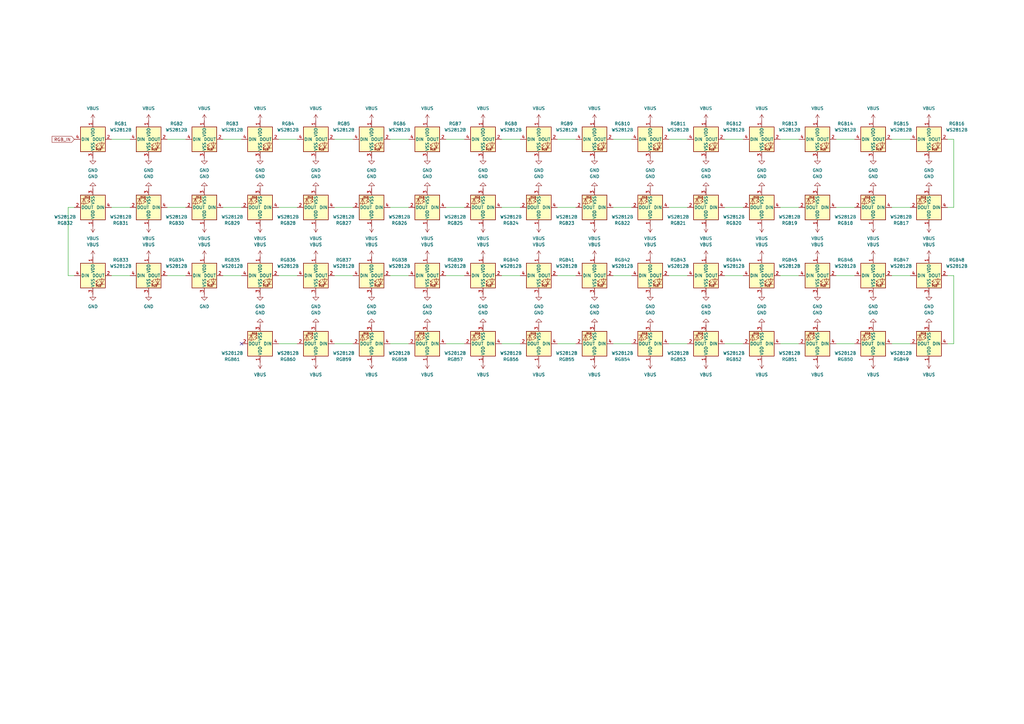
<source format=kicad_sch>
(kicad_sch (version 20250114) (generator "eeschema") (generator_version "9.0")
  (paper "A3")
  (no_connect (at 99.06 140.97))
  (wire (pts (xy 373.38 85.09) (xy 365.76 85.09)))
  (wire (pts (xy 76.2 85.09) (xy 68.58 85.09)))
  (wire (pts (xy 137.16 113.03) (xy 144.78 113.03)))
  (wire (pts (xy 228.6 113.03) (xy 236.22 113.03)))
  (wire (pts (xy 350.52 140.97) (xy 342.9 140.97)))
  (wire (pts (xy 182.88 57.15) (xy 190.5 57.15)))
  (wire (pts (xy 320.04 113.03) (xy 327.66 113.03)))
  (wire (pts (xy 114.3 57.15) (xy 121.92 57.15)))
  (wire (pts (xy 144.78 85.09) (xy 137.16 85.09)))
  (wire (pts (xy 45.72 113.03) (xy 53.34 113.03)))
  (wire (pts (xy 373.38 140.97) (xy 365.76 140.97)))
  (wire (pts (xy 213.36 85.09) (xy 205.74 85.09)))
  (wire (pts (xy 190.5 140.97) (xy 182.88 140.97)))
  (wire (pts (xy 391.16 140.97) (xy 388.62 140.97)))
  (wire (pts (xy 68.58 57.15) (xy 76.2 57.15)))
  (wire (pts (xy 350.52 85.09) (xy 342.9 85.09)))
  (wire (pts (xy 388.62 57.15) (xy 391.16 57.15)))
  (wire (pts (xy 304.8 85.09) (xy 297.18 85.09)))
  (wire (pts (xy 391.16 113.03) (xy 391.16 140.97)))
  (wire (pts (xy 388.62 113.03) (xy 391.16 113.03)))
  (wire (pts (xy 281.94 140.97) (xy 274.32 140.97)))
  (wire (pts (xy 27.94 113.03) (xy 30.48 113.03)))
  (wire (pts (xy 213.36 140.97) (xy 205.74 140.97)))
  (wire (pts (xy 228.6 57.15) (xy 236.22 57.15)))
  (wire (pts (xy 91.44 57.15) (xy 99.06 57.15)))
  (wire (pts (xy 327.66 140.97) (xy 320.04 140.97)))
  (wire (pts (xy 121.92 85.09) (xy 114.3 85.09)))
  (wire (pts (xy 91.44 113.03) (xy 99.06 113.03)))
  (wire (pts (xy 114.3 113.03) (xy 121.92 113.03)))
  (wire (pts (xy 167.64 85.09) (xy 160.02 85.09)))
  (wire (pts (xy 99.06 85.09) (xy 91.44 85.09)))
  (wire (pts (xy 167.64 140.97) (xy 160.02 140.97)))
  (wire (pts (xy 121.92 140.97) (xy 114.3 140.97)))
  (wire (pts (xy 30.48 85.09) (xy 27.94 85.09)))
  (wire (pts (xy 297.18 57.15) (xy 304.8 57.15)))
  (wire (pts (xy 160.02 57.15) (xy 167.64 57.15)))
  (wire (pts (xy 251.46 57.15) (xy 259.08 57.15)))
  (wire (pts (xy 281.94 85.09) (xy 274.32 85.09)))
  (wire (pts (xy 320.04 57.15) (xy 327.66 57.15)))
  (wire (pts (xy 274.32 57.15) (xy 281.94 57.15)))
  (wire (pts (xy 365.76 57.15) (xy 373.38 57.15)))
  (wire (pts (xy 342.9 113.03) (xy 350.52 113.03)))
  (wire (pts (xy 205.74 113.03) (xy 213.36 113.03)))
  (wire (pts (xy 236.22 85.09) (xy 228.6 85.09)))
  (wire (pts (xy 205.74 57.15) (xy 213.36 57.15)))
  (wire (pts (xy 53.34 85.09) (xy 45.72 85.09)))
  (wire (pts (xy 391.16 57.15) (xy 391.16 85.09)))
  (wire (pts (xy 304.8 140.97) (xy 297.18 140.97)))
  (wire (pts (xy 144.78 140.97) (xy 137.16 140.97)))
  (wire (pts (xy 27.94 85.09) (xy 27.94 113.03)))
  (wire (pts (xy 297.18 113.03) (xy 304.8 113.03)))
  (wire (pts (xy 274.32 113.03) (xy 281.94 113.03)))
  (wire (pts (xy 259.08 85.09) (xy 251.46 85.09)))
  (wire (pts (xy 45.72 57.15) (xy 53.34 57.15)))
  (wire (pts (xy 327.66 85.09) (xy 320.04 85.09)))
  (wire (pts (xy 391.16 85.09) (xy 388.62 85.09)))
  (wire (pts (xy 160.02 113.03) (xy 167.64 113.03)))
  (wire (pts (xy 259.08 140.97) (xy 251.46 140.97)))
  (wire (pts (xy 68.58 113.03) (xy 76.2 113.03)))
  (wire (pts (xy 137.16 57.15) (xy 144.78 57.15)))
  (wire (pts (xy 236.22 140.97) (xy 228.6 140.97)))
  (wire (pts (xy 342.9 57.15) (xy 350.52 57.15)))
  (wire (pts (xy 182.88 113.03) (xy 190.5 113.03)))
  (wire (pts (xy 251.46 113.03) (xy 259.08 113.03)))
  (wire (pts (xy 190.5 85.09) (xy 182.88 85.09)))
  (wire (pts (xy 365.76 113.03) (xy 373.38 113.03)))
  (global_label "RGB_IN" (shape input) (at 30.48 57.15 180) (property "Intersheetrefs" "${INTERSHEET_REFS}" (effects (hide yes))))
  (symbol (lib_id "power:GND") (at 312.42 133.35 180) (unit 1)
    (property "Reference" "#PWR0129" (effects (hide yes)))
    (property "Value" "GND" (at 312.42 128.27 0))
    (property "Description" "Power symbol creates a global label with name \"GND\" , ground" (effects (hide yes)))
  )
  (symbol (lib_id "LED:WS2812B") (at 129.54 85.09 180) (unit 1)
    (property "Reference" "RGB28" (at 118.11 91.5102 0))
    (property "Value" "WS2812B" (at 118.11 88.9702 0))
    (property "Footprint" "RGB:ws2812B_6028_FIX" (effects (hide yes)))
    (property "Datasheet" "https://cdn-shop.adafruit.com/datasheets/WS2812B.pdf" (effects (hide yes)))
    (property "Description" "RGB LED with integrated controller" (effects (hide yes)))
  )
  (symbol (lib_id "power:VBUS") (at 289.56 49.53 0) (unit 1)
    (property "Reference" "#PWR048" (effects (hide yes)))
    (property "Value" "VBUS" (at 289.56 44.45 0))
    (property "Description" "Power symbol creates a global label with name \"VBUS\"" (effects (hide yes)))
  )
  (symbol (lib_id "power:VBUS") (at 152.4 148.59 180) (unit 1)
    (property "Reference" "#PWR0142" (effects (hide yes)))
    (property "Value" "VBUS" (at 152.4 153.67 0))
    (property "Description" "Power symbol creates a global label with name \"VBUS\"" (effects (hide yes)))
  )
  (symbol (lib_id "power:GND") (at 152.4 133.35 180) (unit 1)
    (property "Reference" "#PWR0143" (effects (hide yes)))
    (property "Value" "GND" (at 152.4 128.27 0))
    (property "Description" "Power symbol creates a global label with name \"GND\" , ground" (effects (hide yes)))
  )
  (symbol (lib_id "power:VBUS") (at 83.82 105.41 0) (unit 1)
    (property "Reference" "#PWR094" (effects (hide yes)))
    (property "Value" "VBUS" (at 83.82 100.33 0))
    (property "Description" "Power symbol creates a global label with name \"VBUS\"" (effects (hide yes)))
  )
  (symbol (lib_id "power:GND") (at 220.98 133.35 180) (unit 1)
    (property "Reference" "#PWR0137" (effects (hide yes)))
    (property "Value" "GND" (at 220.98 128.27 0))
    (property "Description" "Power symbol creates a global label with name \"GND\" , ground" (effects (hide yes)))
  )
  (symbol (lib_id "LED:WS2812B") (at 60.96 113.03 0) (unit 1)
    (property "Reference" "RGB34" (at 72.39 106.6098 0))
    (property "Value" "WS2812B" (at 72.39 109.1498 0))
    (property "Footprint" "RGB:ws2812B_6028_FIX" (effects (hide yes)))
    (property "Datasheet" "https://cdn-shop.adafruit.com/datasheets/WS2812B.pdf" (effects (hide yes)))
    (property "Description" "RGB LED with integrated controller" (effects (hide yes)))
  )
  (symbol (lib_id "LED:WS2812B") (at 198.12 140.97 180) (unit 1)
    (property "Reference" "RGB57" (at 186.69 147.3902 0))
    (property "Value" "WS2812B" (at 186.69 144.8502 0))
    (property "Footprint" "RGB:ws2812B_6028_FIX" (effects (hide yes)))
    (property "Datasheet" "https://cdn-shop.adafruit.com/datasheets/WS2812B.pdf" (effects (hide yes)))
    (property "Description" "RGB LED with integrated controller" (effects (hide yes)))
  )
  (symbol (lib_id "power:VBUS") (at 220.98 105.41 0) (unit 1)
    (property "Reference" "#PWR0106" (effects (hide yes)))
    (property "Value" "VBUS" (at 220.98 100.33 0))
    (property "Description" "Power symbol creates a global label with name \"VBUS\"" (effects (hide yes)))
  )
  (symbol (lib_id "power:VBUS") (at 60.96 105.41 0) (unit 1)
    (property "Reference" "#PWR092" (effects (hide yes)))
    (property "Value" "VBUS" (at 60.96 100.33 0))
    (property "Description" "Power symbol creates a global label with name \"VBUS\"" (effects (hide yes)))
  )
  (symbol (lib_id "power:GND") (at 335.28 77.47 180) (unit 1)
    (property "Reference" "#PWR063" (effects (hide yes)))
    (property "Value" "GND" (at 335.28 72.39 0))
    (property "Description" "Power symbol creates a global label with name \"GND\" , ground" (effects (hide yes)))
  )
  (symbol (lib_id "power:VBUS") (at 83.82 92.71 180) (unit 1)
    (property "Reference" "#PWR084" (effects (hide yes)))
    (property "Value" "VBUS" (at 83.82 97.79 0))
    (property "Description" "Power symbol creates a global label with name \"VBUS\"" (effects (hide yes)))
  )
  (symbol (lib_id "power:VBUS") (at 83.82 49.53 0) (unit 1)
    (property "Reference" "#PWR030" (effects (hide yes)))
    (property "Value" "VBUS" (at 83.82 44.45 0))
    (property "Description" "Power symbol creates a global label with name \"VBUS\"" (effects (hide yes)))
  )
  (symbol (lib_id "power:GND") (at 289.56 64.77 0) (unit 1)
    (property "Reference" "#PWR049" (effects (hide yes)))
    (property "Value" "GND" (at 289.56 69.85 0))
    (property "Description" "Power symbol creates a global label with name \"GND\" , ground" (effects (hide yes)))
  )
  (symbol (lib_id "LED:WS2812B") (at 152.4 57.15 0) (unit 1)
    (property "Reference" "RGB6" (at 163.83 50.7298 0))
    (property "Value" "WS2812B" (at 163.83 53.2698 0))
    (property "Footprint" "RGB:ws2812B_6028_FIX" (effects (hide yes)))
    (property "Datasheet" "https://cdn-shop.adafruit.com/datasheets/WS2812B.pdf" (effects (hide yes)))
    (property "Description" "RGB LED with integrated controller" (effects (hide yes)))
  )
  (symbol (lib_id "power:VBUS") (at 198.12 148.59 180) (unit 1)
    (property "Reference" "#PWR0138" (effects (hide yes)))
    (property "Value" "VBUS" (at 198.12 153.67 0))
    (property "Description" "Power symbol creates a global label with name \"VBUS\"" (effects (hide yes)))
  )
  (symbol (lib_id "power:VBUS") (at 335.28 105.41 0) (unit 1)
    (property "Reference" "#PWR0116" (effects (hide yes)))
    (property "Value" "VBUS" (at 335.28 100.33 0))
    (property "Description" "Power symbol creates a global label with name \"VBUS\"" (effects (hide yes)))
  )
  (symbol (lib_id "power:GND") (at 266.7 133.35 180) (unit 1)
    (property "Reference" "#PWR0133" (effects (hide yes)))
    (property "Value" "GND" (at 266.7 128.27 0))
    (property "Description" "Power symbol creates a global label with name \"GND\" , ground" (effects (hide yes)))
  )
  (symbol (lib_id "LED:WS2812B") (at 289.56 57.15 0) (unit 1)
    (property "Reference" "RGB12" (at 300.99 50.7298 0))
    (property "Value" "WS2812B" (at 300.99 53.2698 0))
    (property "Footprint" "RGB:ws2812B_6028_FIX" (effects (hide yes)))
    (property "Datasheet" "https://cdn-shop.adafruit.com/datasheets/WS2812B.pdf" (effects (hide yes)))
    (property "Description" "RGB LED with integrated controller" (effects (hide yes)))
  )
  (symbol (lib_id "power:GND") (at 243.84 77.47 180) (unit 1)
    (property "Reference" "#PWR071" (effects (hide yes)))
    (property "Value" "GND" (at 243.84 72.39 0))
    (property "Description" "Power symbol creates a global label with name \"GND\" , ground" (effects (hide yes)))
  )
  (symbol (lib_id "power:GND") (at 175.26 77.47 180) (unit 1)
    (property "Reference" "#PWR077" (effects (hide yes)))
    (property "Value" "GND" (at 175.26 72.39 0))
    (property "Description" "Power symbol creates a global label with name \"GND\" , ground" (effects (hide yes)))
  )
  (symbol (lib_id "power:VBUS") (at 312.42 105.41 0) (unit 1)
    (property "Reference" "#PWR0114" (effects (hide yes)))
    (property "Value" "VBUS" (at 312.42 100.33 0))
    (property "Description" "Power symbol creates a global label with name \"VBUS\"" (effects (hide yes)))
  )
  (symbol (lib_id "power:VBUS") (at 220.98 49.53 0) (unit 1)
    (property "Reference" "#PWR042" (effects (hide yes)))
    (property "Value" "VBUS" (at 220.98 44.45 0))
    (property "Description" "Power symbol creates a global label with name \"VBUS\"" (effects (hide yes)))
  )
  (symbol (lib_id "LED:WS2812B") (at 266.7 85.09 180) (unit 1)
    (property "Reference" "RGB22" (at 255.27 91.5102 0))
    (property "Value" "WS2812B" (at 255.27 88.9702 0))
    (property "Footprint" "RGB:ws2812B_6028_FIX" (effects (hide yes)))
    (property "Datasheet" "https://cdn-shop.adafruit.com/datasheets/WS2812B.pdf" (effects (hide yes)))
    (property "Description" "RGB LED with integrated controller" (effects (hide yes)))
  )
  (symbol (lib_id "power:VBUS") (at 335.28 148.59 180) (unit 1)
    (property "Reference" "#PWR0126" (effects (hide yes)))
    (property "Value" "VBUS" (at 335.28 153.67 0))
    (property "Description" "Power symbol creates a global label with name \"VBUS\"" (effects (hide yes)))
  )
  (symbol (lib_id "power:VBUS") (at 60.96 49.53 0) (unit 1)
    (property "Reference" "#PWR028" (effects (hide yes)))
    (property "Value" "VBUS" (at 60.96 44.45 0))
    (property "Description" "Power symbol creates a global label with name \"VBUS\"" (effects (hide yes)))
  )
  (symbol (lib_id "power:GND") (at 106.68 133.35 180) (unit 1)
    (property "Reference" "#PWR0147" (effects (hide yes)))
    (property "Value" "GND" (at 106.68 128.27 0))
    (property "Description" "Power symbol creates a global label with name \"GND\" , ground" (effects (hide yes)))
  )
  (symbol (lib_id "LED:WS2812B") (at 220.98 85.09 180) (unit 1)
    (property "Reference" "RGB24" (at 209.55 91.5102 0))
    (property "Value" "WS2812B" (at 209.55 88.9702 0))
    (property "Footprint" "RGB:ws2812B_6028_FIX" (effects (hide yes)))
    (property "Datasheet" "https://cdn-shop.adafruit.com/datasheets/WS2812B.pdf" (effects (hide yes)))
    (property "Description" "RGB LED with integrated controller" (effects (hide yes)))
  )
  (symbol (lib_id "LED:WS2812B") (at 266.7 113.03 0) (unit 1)
    (property "Reference" "RGB43" (at 278.13 106.6098 0))
    (property "Value" "WS2812B" (at 278.13 109.1498 0))
    (property "Footprint" "RGB:ws2812B_6028_FIX" (effects (hide yes)))
    (property "Datasheet" "https://cdn-shop.adafruit.com/datasheets/WS2812B.pdf" (effects (hide yes)))
    (property "Description" "RGB LED with integrated controller" (effects (hide yes)))
  )
  (symbol (lib_id "LED:WS2812B") (at 289.56 85.09 180) (unit 1)
    (property "Reference" "RGB21" (at 278.13 91.5102 0))
    (property "Value" "WS2812B" (at 278.13 88.9702 0))
    (property "Footprint" "RGB:ws2812B_6028_FIX" (effects (hide yes)))
    (property "Datasheet" "https://cdn-shop.adafruit.com/datasheets/WS2812B.pdf" (effects (hide yes)))
    (property "Description" "RGB LED with integrated controller" (effects (hide yes)))
  )
  (symbol (lib_id "LED:WS2812B") (at 198.12 57.15 0) (unit 1)
    (property "Reference" "RGB8" (at 209.55 50.7298 0))
    (property "Value" "WS2812B" (at 209.55 53.2698 0))
    (property "Footprint" "RGB:ws2812B_6028_FIX" (effects (hide yes)))
    (property "Datasheet" "https://cdn-shop.adafruit.com/datasheets/WS2812B.pdf" (effects (hide yes)))
    (property "Description" "RGB LED with integrated controller" (effects (hide yes)))
  )
  (symbol (lib_id "power:GND") (at 198.12 133.35 180) (unit 1)
    (property "Reference" "#PWR0139" (effects (hide yes)))
    (property "Value" "GND" (at 198.12 128.27 0))
    (property "Description" "Power symbol creates a global label with name \"GND\" , ground" (effects (hide yes)))
  )
  (symbol (lib_id "LED:WS2812B") (at 175.26 57.15 0) (unit 1)
    (property "Reference" "RGB7" (at 186.69 50.7298 0))
    (property "Value" "WS2812B" (at 186.69 53.2698 0))
    (property "Footprint" "RGB:ws2812B_6028_FIX" (effects (hide yes)))
    (property "Datasheet" "https://cdn-shop.adafruit.com/datasheets/WS2812B.pdf" (effects (hide yes)))
    (property "Description" "RGB LED with integrated controller" (effects (hide yes)))
  )
  (symbol (lib_id "LED:WS2812B") (at 129.54 113.03 0) (unit 1)
    (property "Reference" "RGB37" (at 140.97 106.6098 0))
    (property "Value" "WS2812B" (at 140.97 109.1498 0))
    (property "Footprint" "RGB:ws2812B_6028_FIX" (effects (hide yes)))
    (property "Datasheet" "https://cdn-shop.adafruit.com/datasheets/WS2812B.pdf" (effects (hide yes)))
    (property "Description" "RGB LED with integrated controller" (effects (hide yes)))
  )
  (symbol (lib_id "LED:WS2812B") (at 312.42 57.15 0) (unit 1)
    (property "Reference" "RGB13" (at 323.85 50.7298 0))
    (property "Value" "WS2812B" (at 323.85 53.2698 0))
    (property "Footprint" "RGB:ws2812B_6028_FIX" (effects (hide yes)))
    (property "Datasheet" "https://cdn-shop.adafruit.com/datasheets/WS2812B.pdf" (effects (hide yes)))
    (property "Description" "RGB LED with integrated controller" (effects (hide yes)))
  )
  (symbol (lib_id "power:GND") (at 220.98 77.47 180) (unit 1)
    (property "Reference" "#PWR073" (effects (hide yes)))
    (property "Value" "GND" (at 220.98 72.39 0))
    (property "Description" "Power symbol creates a global label with name \"GND\" , ground" (effects (hide yes)))
  )
  (symbol (lib_id "power:VBUS") (at 106.68 105.41 0) (unit 1)
    (property "Reference" "#PWR096" (effects (hide yes)))
    (property "Value" "VBUS" (at 106.68 100.33 0))
    (property "Description" "Power symbol creates a global label with name \"VBUS\"" (effects (hide yes)))
  )
  (symbol (lib_id "power:GND") (at 60.96 120.65 0) (unit 1)
    (property "Reference" "#PWR093" (effects (hide yes)))
    (property "Value" "GND" (at 60.96 125.73 0))
    (property "Description" "Power symbol creates a global label with name \"GND\" , ground" (effects (hide yes)))
  )
  (symbol (lib_id "power:GND") (at 312.42 120.65 0) (unit 1)
    (property "Reference" "#PWR0115" (effects (hide yes)))
    (property "Value" "GND" (at 312.42 125.73 0))
    (property "Description" "Power symbol creates a global label with name \"GND\" , ground" (effects (hide yes)))
  )
  (symbol (lib_id "power:GND") (at 152.4 64.77 0) (unit 1)
    (property "Reference" "#PWR037" (effects (hide yes)))
    (property "Value" "GND" (at 152.4 69.85 0))
    (property "Description" "Power symbol creates a global label with name \"GND\" , ground" (effects (hide yes)))
  )
  (symbol (lib_id "LED:WS2812B") (at 358.14 140.97 180) (unit 1)
    (property "Reference" "RGB50" (at 346.71 147.3902 0))
    (property "Value" "WS2812B" (at 346.71 144.8502 0))
    (property "Footprint" "RGB:ws2812B_6028_FIX" (effects (hide yes)))
    (property "Datasheet" "https://cdn-shop.adafruit.com/datasheets/WS2812B.pdf" (effects (hide yes)))
    (property "Description" "RGB LED with integrated controller" (effects (hide yes)))
  )
  (symbol (lib_id "power:VBUS") (at 358.14 92.71 180) (unit 1)
    (property "Reference" "#PWR060" (effects (hide yes)))
    (property "Value" "VBUS" (at 358.14 97.79 0))
    (property "Description" "Power symbol creates a global label with name \"VBUS\"" (effects (hide yes)))
  )
  (symbol (lib_id "LED:WS2812B") (at 152.4 140.97 180) (unit 1)
    (property "Reference" "RGB59" (at 140.97 147.3902 0))
    (property "Value" "WS2812B" (at 140.97 144.8502 0))
    (property "Footprint" "RGB:ws2812B_6028_FIX" (effects (hide yes)))
    (property "Datasheet" "https://cdn-shop.adafruit.com/datasheets/WS2812B.pdf" (effects (hide yes)))
    (property "Description" "RGB LED with integrated controller" (effects (hide yes)))
  )
  (symbol (lib_id "power:VBUS") (at 129.54 105.41 0) (unit 1)
    (property "Reference" "#PWR098" (effects (hide yes)))
    (property "Value" "VBUS" (at 129.54 100.33 0))
    (property "Description" "Power symbol creates a global label with name \"VBUS\"" (effects (hide yes)))
  )
  (symbol (lib_id "power:GND") (at 220.98 120.65 0) (unit 1)
    (property "Reference" "#PWR0107" (effects (hide yes)))
    (property "Value" "GND" (at 220.98 125.73 0))
    (property "Description" "Power symbol creates a global label with name \"GND\" , ground" (effects (hide yes)))
  )
  (symbol (lib_id "power:VBUS") (at 243.84 105.41 0) (unit 1)
    (property "Reference" "#PWR0108" (effects (hide yes)))
    (property "Value" "VBUS" (at 243.84 100.33 0))
    (property "Description" "Power symbol creates a global label with name \"VBUS\"" (effects (hide yes)))
  )
  (symbol (lib_id "LED:WS2812B") (at 129.54 140.97 180) (unit 1)
    (property "Reference" "RGB60" (at 118.11 147.3902 0))
    (property "Value" "WS2812B" (at 118.11 144.8502 0))
    (property "Footprint" "RGB:ws2812B_6028_FIX" (effects (hide yes)))
    (property "Datasheet" "https://cdn-shop.adafruit.com/datasheets/WS2812B.pdf" (effects (hide yes)))
    (property "Description" "RGB LED with integrated controller" (effects (hide yes)))
  )
  (symbol (lib_id "LED:WS2812B") (at 289.56 140.97 180) (unit 1)
    (property "Reference" "RGB53" (at 278.13 147.3902 0))
    (property "Value" "WS2812B" (at 278.13 144.8502 0))
    (property "Footprint" "RGB:ws2812B_6028_FIX" (effects (hide yes)))
    (property "Datasheet" "https://cdn-shop.adafruit.com/datasheets/WS2812B.pdf" (effects (hide yes)))
    (property "Description" "RGB LED with integrated controller" (effects (hide yes)))
  )
  (symbol (lib_id "power:VBUS") (at 266.7 148.59 180) (unit 1)
    (property "Reference" "#PWR0132" (effects (hide yes)))
    (property "Value" "VBUS" (at 266.7 153.67 0))
    (property "Description" "Power symbol creates a global label with name \"VBUS\"" (effects (hide yes)))
  )
  (symbol (lib_id "power:VBUS") (at 243.84 49.53 0) (unit 1)
    (property "Reference" "#PWR044" (effects (hide yes)))
    (property "Value" "VBUS" (at 243.84 44.45 0))
    (property "Description" "Power symbol creates a global label with name \"VBUS\"" (effects (hide yes)))
  )
  (symbol (lib_id "power:VBUS") (at 243.84 148.59 180) (unit 1)
    (property "Reference" "#PWR0134" (effects (hide yes)))
    (property "Value" "VBUS" (at 243.84 153.67 0))
    (property "Description" "Power symbol creates a global label with name \"VBUS\"" (effects (hide yes)))
  )
  (symbol (lib_id "power:VBUS") (at 266.7 92.71 180) (unit 1)
    (property "Reference" "#PWR068" (effects (hide yes)))
    (property "Value" "VBUS" (at 266.7 97.79 0))
    (property "Description" "Power symbol creates a global label with name \"VBUS\"" (effects (hide yes)))
  )
  (symbol (lib_id "LED:WS2812B") (at 152.4 85.09 180) (unit 1)
    (property "Reference" "RGB27" (at 140.97 91.5102 0))
    (property "Value" "WS2812B" (at 140.97 88.9702 0))
    (property "Footprint" "RGB:ws2812B_6028_FIX" (effects (hide yes)))
    (property "Datasheet" "https://cdn-shop.adafruit.com/datasheets/WS2812B.pdf" (effects (hide yes)))
    (property "Description" "RGB LED with integrated controller" (effects (hide yes)))
  )
  (symbol (lib_id "power:GND") (at 335.28 133.35 180) (unit 1)
    (property "Reference" "#PWR0127" (effects (hide yes)))
    (property "Value" "GND" (at 335.28 128.27 0))
    (property "Description" "Power symbol creates a global label with name \"GND\" , ground" (effects (hide yes)))
  )
  (symbol (lib_id "power:GND") (at 38.1 64.77 0) (unit 1)
    (property "Reference" "#PWR027" (effects (hide yes)))
    (property "Value" "GND" (at 38.1 69.85 0))
    (property "Description" "Power symbol creates a global label with name \"GND\" , ground" (effects (hide yes)))
  )
  (symbol (lib_id "power:VBUS") (at 38.1 92.71 180) (unit 1)
    (property "Reference" "#PWR088" (effects (hide yes)))
    (property "Value" "VBUS" (at 38.1 97.79 0))
    (property "Description" "Power symbol creates a global label with name \"VBUS\"" (effects (hide yes)))
  )
  (symbol (lib_id "LED:WS2812B") (at 312.42 140.97 180) (unit 1)
    (property "Reference" "RGB52" (at 300.99 147.3902 0))
    (property "Value" "WS2812B" (at 300.99 144.8502 0))
    (property "Footprint" "RGB:ws2812B_6028_FIX" (effects (hide yes)))
    (property "Datasheet" "https://cdn-shop.adafruit.com/datasheets/WS2812B.pdf" (effects (hide yes)))
    (property "Description" "RGB LED with integrated controller" (effects (hide yes)))
  )
  (symbol (lib_id "LED:WS2812B") (at 358.14 85.09 180) (unit 1)
    (property "Reference" "RGB18" (at 346.71 91.5102 0))
    (property "Value" "WS2812B" (at 346.71 88.9702 0))
    (property "Footprint" "RGB:ws2812B_6028_FIX" (effects (hide yes)))
    (property "Datasheet" "https://cdn-shop.adafruit.com/datasheets/WS2812B.pdf" (effects (hide yes)))
    (property "Description" "RGB LED with integrated controller" (effects (hide yes)))
  )
  (symbol (lib_id "LED:WS2812B") (at 60.96 85.09 180) (unit 1)
    (property "Reference" "RGB31" (at 49.53 91.5102 0))
    (property "Value" "WS2812B" (at 49.53 88.9702 0))
    (property "Footprint" "RGB:ws2812B_6028_FIX" (effects (hide yes)))
    (property "Datasheet" "https://cdn-shop.adafruit.com/datasheets/WS2812B.pdf" (effects (hide yes)))
    (property "Description" "RGB LED with integrated controller" (effects (hide yes)))
  )
  (symbol (lib_id "power:GND") (at 106.68 77.47 180) (unit 1)
    (property "Reference" "#PWR083" (effects (hide yes)))
    (property "Value" "GND" (at 106.68 72.39 0))
    (property "Description" "Power symbol creates a global label with name \"GND\" , ground" (effects (hide yes)))
  )
  (symbol (lib_id "power:GND") (at 358.14 77.47 180) (unit 1)
    (property "Reference" "#PWR061" (effects (hide yes)))
    (property "Value" "GND" (at 358.14 72.39 0))
    (property "Description" "Power symbol creates a global label with name \"GND\" , ground" (effects (hide yes)))
  )
  (symbol (lib_id "power:GND") (at 198.12 77.47 180) (unit 1)
    (property "Reference" "#PWR075" (effects (hide yes)))
    (property "Value" "GND" (at 198.12 72.39 0))
    (property "Description" "Power symbol creates a global label with name \"GND\" , ground" (effects (hide yes)))
  )
  (symbol (lib_id "power:VBUS") (at 381 105.41 0) (unit 1)
    (property "Reference" "#PWR0120" (effects (hide yes)))
    (property "Value" "VBUS" (at 381 100.33 0))
    (property "Description" "Power symbol creates a global label with name \"VBUS\"" (effects (hide yes)))
  )
  (symbol (lib_id "power:VBUS") (at 175.26 148.59 180) (unit 1)
    (property "Reference" "#PWR0140" (effects (hide yes)))
    (property "Value" "VBUS" (at 175.26 153.67 0))
    (property "Description" "Power symbol creates a global label with name \"VBUS\"" (effects (hide yes)))
  )
  (symbol (lib_id "power:VBUS") (at 198.12 49.53 0) (unit 1)
    (property "Reference" "#PWR040" (effects (hide yes)))
    (property "Value" "VBUS" (at 198.12 44.45 0))
    (property "Description" "Power symbol creates a global label with name \"VBUS\"" (effects (hide yes)))
  )
  (symbol (lib_id "power:GND") (at 358.14 133.35 180) (unit 1)
    (property "Reference" "#PWR0125" (effects (hide yes)))
    (property "Value" "GND" (at 358.14 128.27 0))
    (property "Description" "Power symbol creates a global label with name \"GND\" , ground" (effects (hide yes)))
  )
  (symbol (lib_id "LED:WS2812B") (at 266.7 140.97 180) (unit 1)
    (property "Reference" "RGB54" (at 255.27 147.3902 0))
    (property "Value" "WS2812B" (at 255.27 144.8502 0))
    (property "Footprint" "RGB:ws2812B_6028_FIX" (effects (hide yes)))
    (property "Datasheet" "https://cdn-shop.adafruit.com/datasheets/WS2812B.pdf" (effects (hide yes)))
    (property "Description" "RGB LED with integrated controller" (effects (hide yes)))
  )
  (symbol (lib_id "LED:WS2812B") (at 243.84 140.97 180) (unit 1)
    (property "Reference" "RGB55" (at 232.41 147.3902 0))
    (property "Value" "WS2812B" (at 232.41 144.8502 0))
    (property "Footprint" "RGB:ws2812B_6028_FIX" (effects (hide yes)))
    (property "Datasheet" "https://cdn-shop.adafruit.com/datasheets/WS2812B.pdf" (effects (hide yes)))
    (property "Description" "RGB LED with integrated controller" (effects (hide yes)))
  )
  (symbol (lib_id "power:VBUS") (at 198.12 105.41 0) (unit 1)
    (property "Reference" "#PWR0104" (effects (hide yes)))
    (property "Value" "VBUS" (at 198.12 100.33 0))
    (property "Description" "Power symbol creates a global label with name \"VBUS\"" (effects (hide yes)))
  )
  (symbol (lib_id "power:VBUS") (at 266.7 49.53 0) (unit 1)
    (property "Reference" "#PWR046" (effects (hide yes)))
    (property "Value" "VBUS" (at 266.7 44.45 0))
    (property "Description" "Power symbol creates a global label with name \"VBUS\"" (effects (hide yes)))
  )
  (symbol (lib_id "power:VBUS") (at 266.7 105.41 0) (unit 1)
    (property "Reference" "#PWR0110" (effects (hide yes)))
    (property "Value" "VBUS" (at 266.7 100.33 0))
    (property "Description" "Power symbol creates a global label with name \"VBUS\"" (effects (hide yes)))
  )
  (symbol (lib_id "LED:WS2812B") (at 220.98 113.03 0) (unit 1)
    (property "Reference" "RGB41" (at 232.41 106.6098 0))
    (property "Value" "WS2812B" (at 232.41 109.1498 0))
    (property "Footprint" "RGB:ws2812B_6028_FIX" (effects (hide yes)))
    (property "Datasheet" "https://cdn-shop.adafruit.com/datasheets/WS2812B.pdf" (effects (hide yes)))
    (property "Description" "RGB LED with integrated controller" (effects (hide yes)))
  )
  (symbol (lib_id "power:VBUS") (at 289.56 148.59 180) (unit 1)
    (property "Reference" "#PWR0130" (effects (hide yes)))
    (property "Value" "VBUS" (at 289.56 153.67 0))
    (property "Description" "Power symbol creates a global label with name \"VBUS\"" (effects (hide yes)))
  )
  (symbol (lib_id "power:GND") (at 266.7 77.47 180) (unit 1)
    (property "Reference" "#PWR069" (effects (hide yes)))
    (property "Value" "GND" (at 266.7 72.39 0))
    (property "Description" "Power symbol creates a global label with name \"GND\" , ground" (effects (hide yes)))
  )
  (symbol (lib_id "power:GND") (at 198.12 120.65 0) (unit 1)
    (property "Reference" "#PWR0105" (effects (hide yes)))
    (property "Value" "GND" (at 198.12 125.73 0))
    (property "Description" "Power symbol creates a global label with name \"GND\" , ground" (effects (hide yes)))
  )
  (symbol (lib_id "power:GND") (at 243.84 120.65 0) (unit 1)
    (property "Reference" "#PWR0109" (effects (hide yes)))
    (property "Value" "GND" (at 243.84 125.73 0))
    (property "Description" "Power symbol creates a global label with name \"GND\" , ground" (effects (hide yes)))
  )
  (symbol (lib_id "power:GND") (at 152.4 120.65 0) (unit 1)
    (property "Reference" "#PWR0101" (effects (hide yes)))
    (property "Value" "GND" (at 152.4 125.73 0))
    (property "Description" "Power symbol creates a global label with name \"GND\" , ground" (effects (hide yes)))
  )
  (symbol (lib_id "power:VBUS") (at 358.14 49.53 0) (unit 1)
    (property "Reference" "#PWR054" (effects (hide yes)))
    (property "Value" "VBUS" (at 358.14 44.45 0))
    (property "Description" "Power symbol creates a global label with name \"VBUS\"" (effects (hide yes)))
  )
  (symbol (lib_id "power:VBUS") (at 335.28 49.53 0) (unit 1)
    (property "Reference" "#PWR052" (effects (hide yes)))
    (property "Value" "VBUS" (at 335.28 44.45 0))
    (property "Description" "Power symbol creates a global label with name \"VBUS\"" (effects (hide yes)))
  )
  (symbol (lib_id "power:VBUS") (at 175.26 92.71 180) (unit 1)
    (property "Reference" "#PWR076" (effects (hide yes)))
    (property "Value" "VBUS" (at 175.26 97.79 0))
    (property "Description" "Power symbol creates a global label with name \"VBUS\"" (effects (hide yes)))
  )
  (symbol (lib_id "LED:WS2812B") (at 83.82 57.15 0) (unit 1)
    (property "Reference" "RGB3" (at 95.25 50.7298 0))
    (property "Value" "WS2812B" (at 95.25 53.2698 0))
    (property "Footprint" "RGB:ws2812B_6028_FIX" (effects (hide yes)))
    (property "Datasheet" "https://cdn-shop.adafruit.com/datasheets/WS2812B.pdf" (effects (hide yes)))
    (property "Description" "RGB LED with integrated controller" (effects (hide yes)))
  )
  (symbol (lib_id "LED:WS2812B") (at 381 140.97 180) (unit 1)
    (property "Reference" "RGB49" (at 369.57 147.3902 0))
    (property "Value" "WS2812B" (at 369.57 144.8502 0))
    (property "Footprint" "RGB:ws2812B_6028_FIX" (effects (hide yes)))
    (property "Datasheet" "https://cdn-shop.adafruit.com/datasheets/WS2812B.pdf" (effects (hide yes)))
    (property "Description" "RGB LED with integrated controller" (effects (hide yes)))
  )
  (symbol (lib_id "power:GND") (at 381 64.77 0) (unit 1)
    (property "Reference" "#PWR057" (effects (hide yes)))
    (property "Value" "GND" (at 381 69.85 0))
    (property "Description" "Power symbol creates a global label with name \"GND\" , ground" (effects (hide yes)))
  )
  (symbol (lib_id "LED:WS2812B") (at 358.14 57.15 0) (unit 1)
    (property "Reference" "RGB15" (at 369.57 50.7298 0))
    (property "Value" "WS2812B" (at 369.57 53.2698 0))
    (property "Footprint" "RGB:ws2812B_6028_FIX" (effects (hide yes)))
    (property "Datasheet" "https://cdn-shop.adafruit.com/datasheets/WS2812B.pdf" (effects (hide yes)))
    (property "Description" "RGB LED with integrated controller" (effects (hide yes)))
  )
  (symbol (lib_id "power:GND") (at 266.7 120.65 0) (unit 1)
    (property "Reference" "#PWR0111" (effects (hide yes)))
    (property "Value" "GND" (at 266.7 125.73 0))
    (property "Description" "Power symbol creates a global label with name \"GND\" , ground" (effects (hide yes)))
  )
  (symbol (lib_id "power:GND") (at 60.96 64.77 0) (unit 1)
    (property "Reference" "#PWR029" (effects (hide yes)))
    (property "Value" "GND" (at 60.96 69.85 0))
    (property "Description" "Power symbol creates a global label with name \"GND\" , ground" (effects (hide yes)))
  )
  (symbol (lib_id "power:VBUS") (at 312.42 148.59 180) (unit 1)
    (property "Reference" "#PWR0128" (effects (hide yes)))
    (property "Value" "VBUS" (at 312.42 153.67 0))
    (property "Description" "Power symbol creates a global label with name \"VBUS\"" (effects (hide yes)))
  )
  (symbol (lib_id "power:GND") (at 175.26 133.35 180) (unit 1)
    (property "Reference" "#PWR0141" (effects (hide yes)))
    (property "Value" "GND" (at 175.26 128.27 0))
    (property "Description" "Power symbol creates a global label with name \"GND\" , ground" (effects (hide yes)))
  )
  (symbol (lib_id "power:VBUS") (at 289.56 92.71 180) (unit 1)
    (property "Reference" "#PWR066" (effects (hide yes)))
    (property "Value" "VBUS" (at 289.56 97.79 0))
    (property "Description" "Power symbol creates a global label with name \"VBUS\"" (effects (hide yes)))
  )
  (symbol (lib_id "power:GND") (at 289.56 133.35 180) (unit 1)
    (property "Reference" "#PWR0131" (effects (hide yes)))
    (property "Value" "GND" (at 289.56 128.27 0))
    (property "Description" "Power symbol creates a global label with name \"GND\" , ground" (effects (hide yes)))
  )
  (symbol (lib_id "power:GND") (at 381 133.35 180) (unit 1)
    (property "Reference" "#PWR0123" (effects (hide yes)))
    (property "Value" "GND" (at 381 128.27 0))
    (property "Description" "Power symbol creates a global label with name \"GND\" , ground" (effects (hide yes)))
  )
  (symbol (lib_id "power:VBUS") (at 381 148.59 180) (unit 1)
    (property "Reference" "#PWR0122" (effects (hide yes)))
    (property "Value" "VBUS" (at 381 153.67 0))
    (property "Description" "Power symbol creates a global label with name \"VBUS\"" (effects (hide yes)))
  )
  (symbol (lib_id "power:GND") (at 335.28 64.77 0) (unit 1)
    (property "Reference" "#PWR053" (effects (hide yes)))
    (property "Value" "GND" (at 335.28 69.85 0))
    (property "Description" "Power symbol creates a global label with name \"GND\" , ground" (effects (hide yes)))
  )
  (symbol (lib_id "power:GND") (at 106.68 120.65 0) (unit 1)
    (property "Reference" "#PWR097" (effects (hide yes)))
    (property "Value" "GND" (at 106.68 125.73 0))
    (property "Description" "Power symbol creates a global label with name \"GND\" , ground" (effects (hide yes)))
  )
  (symbol (lib_id "power:VBUS") (at 335.28 92.71 180) (unit 1)
    (property "Reference" "#PWR062" (effects (hide yes)))
    (property "Value" "VBUS" (at 335.28 97.79 0))
    (property "Description" "Power symbol creates a global label with name \"VBUS\"" (effects (hide yes)))
  )
  (symbol (lib_id "power:GND") (at 243.84 64.77 0) (unit 1)
    (property "Reference" "#PWR045" (effects (hide yes)))
    (property "Value" "GND" (at 243.84 69.85 0))
    (property "Description" "Power symbol creates a global label with name \"GND\" , ground" (effects (hide yes)))
  )
  (symbol (lib_id "power:VBUS") (at 220.98 148.59 180) (unit 1)
    (property "Reference" "#PWR0136" (effects (hide yes)))
    (property "Value" "VBUS" (at 220.98 153.67 0))
    (property "Description" "Power symbol creates a global label with name \"VBUS\"" (effects (hide yes)))
  )
  (symbol (lib_id "power:VBUS") (at 152.4 92.71 180) (unit 1)
    (property "Reference" "#PWR078" (effects (hide yes)))
    (property "Value" "VBUS" (at 152.4 97.79 0))
    (property "Description" "Power symbol creates a global label with name \"VBUS\"" (effects (hide yes)))
  )
  (symbol (lib_id "LED:WS2812B") (at 381 85.09 180) (unit 1)
    (property "Reference" "RGB17" (at 369.57 91.5102 0))
    (property "Value" "WS2812B" (at 369.57 88.9702 0))
    (property "Footprint" "RGB:ws2812B_6028_FIX" (effects (hide yes)))
    (property "Datasheet" "https://cdn-shop.adafruit.com/datasheets/WS2812B.pdf" (effects (hide yes)))
    (property "Description" "RGB LED with integrated controller" (effects (hide yes)))
  )
  (symbol (lib_id "power:GND") (at 358.14 64.77 0) (unit 1)
    (property "Reference" "#PWR055" (effects (hide yes)))
    (property "Value" "GND" (at 358.14 69.85 0))
    (property "Description" "Power symbol creates a global label with name \"GND\" , ground" (effects (hide yes)))
  )
  (symbol (lib_id "LED:WS2812B") (at 38.1 113.03 0) (unit 1)
    (property "Reference" "RGB33" (at 49.53 106.6098 0))
    (property "Value" "WS2812B" (at 49.53 109.1498 0))
    (property "Footprint" "RGB:ws2812B_6028_FIX" (effects (hide yes)))
    (property "Datasheet" "https://cdn-shop.adafruit.com/datasheets/WS2812B.pdf" (effects (hide yes)))
    (property "Description" "RGB LED with integrated controller" (effects (hide yes)))
  )
  (symbol (lib_id "LED:WS2812B") (at 152.4 113.03 0) (unit 1)
    (property "Reference" "RGB38" (at 163.83 106.6098 0))
    (property "Value" "WS2812B" (at 163.83 109.1498 0))
    (property "Footprint" "RGB:ws2812B_6028_FIX" (effects (hide yes)))
    (property "Datasheet" "https://cdn-shop.adafruit.com/datasheets/WS2812B.pdf" (effects (hide yes)))
    (property "Description" "RGB LED with integrated controller" (effects (hide yes)))
  )
  (symbol (lib_id "power:GND") (at 129.54 64.77 0) (unit 1)
    (property "Reference" "#PWR035" (effects (hide yes)))
    (property "Value" "GND" (at 129.54 69.85 0))
    (property "Description" "Power symbol creates a global label with name \"GND\" , ground" (effects (hide yes)))
  )
  (symbol (lib_id "power:VBUS") (at 358.14 148.59 180) (unit 1)
    (property "Reference" "#PWR0124" (effects (hide yes)))
    (property "Value" "VBUS" (at 358.14 153.67 0))
    (property "Description" "Power symbol creates a global label with name \"VBUS\"" (effects (hide yes)))
  )
  (symbol (lib_id "power:GND") (at 381 77.47 180) (unit 1)
    (property "Reference" "#PWR059" (effects (hide yes)))
    (property "Value" "GND" (at 381 72.39 0))
    (property "Description" "Power symbol creates a global label with name \"GND\" , ground" (effects (hide yes)))
  )
  (symbol (lib_id "power:VBUS") (at 175.26 105.41 0) (unit 1)
    (property "Reference" "#PWR0102" (effects (hide yes)))
    (property "Value" "VBUS" (at 175.26 100.33 0))
    (property "Description" "Power symbol creates a global label with name \"VBUS\"" (effects (hide yes)))
  )
  (symbol (lib_id "power:VBUS") (at 381 49.53 0) (unit 1)
    (property "Reference" "#PWR056" (effects (hide yes)))
    (property "Value" "VBUS" (at 381 44.45 0))
    (property "Description" "Power symbol creates a global label with name \"VBUS\"" (effects (hide yes)))
  )
  (symbol (lib_id "power:VBUS") (at 38.1 105.41 0) (unit 1)
    (property "Reference" "#PWR090" (effects (hide yes)))
    (property "Value" "VBUS" (at 38.1 100.33 0))
    (property "Description" "Power symbol creates a global label with name \"VBUS\"" (effects (hide yes)))
  )
  (symbol (lib_id "LED:WS2812B") (at 106.68 140.97 180) (unit 1)
    (property "Reference" "RGB61" (at 95.25 147.3902 0))
    (property "Value" "WS2812B" (at 95.25 144.8502 0))
    (property "Footprint" "RGB:ws2812B_6028_FIX" (effects (hide yes)))
    (property "Datasheet" "https://cdn-shop.adafruit.com/datasheets/WS2812B.pdf" (effects (hide yes)))
    (property "Description" "RGB LED with integrated controller" (effects (hide yes)))
  )
  (symbol (lib_id "LED:WS2812B") (at 83.82 113.03 0) (unit 1)
    (property "Reference" "RGB35" (at 95.25 106.6098 0))
    (property "Value" "WS2812B" (at 95.25 109.1498 0))
    (property "Footprint" "RGB:ws2812B_6028_FIX" (effects (hide yes)))
    (property "Datasheet" "https://cdn-shop.adafruit.com/datasheets/WS2812B.pdf" (effects (hide yes)))
    (property "Description" "RGB LED with integrated controller" (effects (hide yes)))
  )
  (symbol (lib_id "power:GND") (at 289.56 120.65 0) (unit 1)
    (property "Reference" "#PWR0113" (effects (hide yes)))
    (property "Value" "GND" (at 289.56 125.73 0))
    (property "Description" "Power symbol creates a global label with name \"GND\" , ground" (effects (hide yes)))
  )
  (symbol (lib_id "LED:WS2812B") (at 198.12 85.09 180) (unit 1)
    (property "Reference" "RGB25" (at 186.69 91.5102 0))
    (property "Value" "WS2812B" (at 186.69 88.9702 0))
    (property "Footprint" "RGB:ws2812B_6028_FIX" (effects (hide yes)))
    (property "Datasheet" "https://cdn-shop.adafruit.com/datasheets/WS2812B.pdf" (effects (hide yes)))
    (property "Description" "RGB LED with integrated controller" (effects (hide yes)))
  )
  (symbol (lib_id "power:GND") (at 381 120.65 0) (unit 1)
    (property "Reference" "#PWR0121" (effects (hide yes)))
    (property "Value" "GND" (at 381 125.73 0))
    (property "Description" "Power symbol creates a global label with name \"GND\" , ground" (effects (hide yes)))
  )
  (symbol (lib_id "power:VBUS") (at 152.4 105.41 0) (unit 1)
    (property "Reference" "#PWR0100" (effects (hide yes)))
    (property "Value" "VBUS" (at 152.4 100.33 0))
    (property "Description" "Power symbol creates a global label with name \"VBUS\"" (effects (hide yes)))
  )
  (symbol (lib_id "power:VBUS") (at 220.98 92.71 180) (unit 1)
    (property "Reference" "#PWR072" (effects (hide yes)))
    (property "Value" "VBUS" (at 220.98 97.79 0))
    (property "Description" "Power symbol creates a global label with name \"VBUS\"" (effects (hide yes)))
  )
  (symbol (lib_id "LED:WS2812B") (at 83.82 85.09 180) (unit 1)
    (property "Reference" "RGB30" (at 72.39 91.5102 0))
    (property "Value" "WS2812B" (at 72.39 88.9702 0))
    (property "Footprint" "RGB:ws2812B_6028_FIX" (effects (hide yes)))
    (property "Datasheet" "https://cdn-shop.adafruit.com/datasheets/WS2812B.pdf" (effects (hide yes)))
    (property "Description" "RGB LED with integrated controller" (effects (hide yes)))
  )
  (symbol (lib_id "power:GND") (at 83.82 77.47 180) (unit 1)
    (property "Reference" "#PWR085" (effects (hide yes)))
    (property "Value" "GND" (at 83.82 72.39 0))
    (property "Description" "Power symbol creates a global label with name \"GND\" , ground" (effects (hide yes)))
  )
  (symbol (lib_id "power:GND") (at 175.26 64.77 0) (unit 1)
    (property "Reference" "#PWR039" (effects (hide yes)))
    (property "Value" "GND" (at 175.26 69.85 0))
    (property "Description" "Power symbol creates a global label with name \"GND\" , ground" (effects (hide yes)))
  )
  (symbol (lib_id "power:GND") (at 358.14 120.65 0) (unit 1)
    (property "Reference" "#PWR0119" (effects (hide yes)))
    (property "Value" "GND" (at 358.14 125.73 0))
    (property "Description" "Power symbol creates a global label with name \"GND\" , ground" (effects (hide yes)))
  )
  (symbol (lib_id "LED:WS2812B") (at 335.28 140.97 180) (unit 1)
    (property "Reference" "RGB51" (at 323.85 147.3902 0))
    (property "Value" "WS2812B" (at 323.85 144.8502 0))
    (property "Footprint" "RGB:ws2812B_6028_FIX" (effects (hide yes)))
    (property "Datasheet" "https://cdn-shop.adafruit.com/datasheets/WS2812B.pdf" (effects (hide yes)))
    (property "Description" "RGB LED with integrated controller" (effects (hide yes)))
  )
  (symbol (lib_id "LED:WS2812B") (at 335.28 57.15 0) (unit 1)
    (property "Reference" "RGB14" (at 346.71 50.7298 0))
    (property "Value" "WS2812B" (at 346.71 53.2698 0))
    (property "Footprint" "RGB:ws2812B_6028_FIX" (effects (hide yes)))
    (property "Datasheet" "https://cdn-shop.adafruit.com/datasheets/WS2812B.pdf" (effects (hide yes)))
    (property "Description" "RGB LED with integrated controller" (effects (hide yes)))
  )
  (symbol (lib_id "LED:WS2812B") (at 243.84 57.15 0) (unit 1)
    (property "Reference" "RGB10" (at 255.27 50.7298 0))
    (property "Value" "WS2812B" (at 255.27 53.2698 0))
    (property "Footprint" "RGB:ws2812B_6028_FIX" (effects (hide yes)))
    (property "Datasheet" "https://cdn-shop.adafruit.com/datasheets/WS2812B.pdf" (effects (hide yes)))
    (property "Description" "RGB LED with integrated controller" (effects (hide yes)))
  )
  (symbol (lib_id "LED:WS2812B") (at 38.1 57.15 0) (unit 1)
    (property "Reference" "RGB1" (at 49.53 50.7298 0))
    (property "Value" "WS2812B" (at 49.53 53.2698 0))
    (property "Footprint" "RGB:ws2812B_6028_FIX" (effects (hide yes)))
    (property "Datasheet" "https://cdn-shop.adafruit.com/datasheets/WS2812B.pdf" (effects (hide yes)))
    (property "Description" "RGB LED with integrated controller" (effects (hide yes)))
  )
  (symbol (lib_id "power:VBUS") (at 243.84 92.71 180) (unit 1)
    (property "Reference" "#PWR070" (effects (hide yes)))
    (property "Value" "VBUS" (at 243.84 97.79 0))
    (property "Description" "Power symbol creates a global label with name \"VBUS\"" (effects (hide yes)))
  )
  (symbol (lib_id "power:VBUS") (at 358.14 105.41 0) (unit 1)
    (property "Reference" "#PWR0118" (effects (hide yes)))
    (property "Value" "VBUS" (at 358.14 100.33 0))
    (property "Description" "Power symbol creates a global label with name \"VBUS\"" (effects (hide yes)))
  )
  (symbol (lib_id "LED:WS2812B") (at 175.26 85.09 180) (unit 1)
    (property "Reference" "RGB26" (at 163.83 91.5102 0))
    (property "Value" "WS2812B" (at 163.83 88.9702 0))
    (property "Footprint" "RGB:ws2812B_6028_FIX" (effects (hide yes)))
    (property "Datasheet" "https://cdn-shop.adafruit.com/datasheets/WS2812B.pdf" (effects (hide yes)))
    (property "Description" "RGB LED with integrated controller" (effects (hide yes)))
  )
  (symbol (lib_id "power:VBUS") (at 38.1 49.53 0) (unit 1)
    (property "Reference" "#PWR026" (effects (hide yes)))
    (property "Value" "VBUS" (at 38.1 44.45 0))
    (property "Description" "Power symbol creates a global label with name \"VBUS\"" (effects (hide yes)))
  )
  (symbol (lib_id "power:VBUS") (at 129.54 49.53 0) (unit 1)
    (property "Reference" "#PWR034" (effects (hide yes)))
    (property "Value" "VBUS" (at 129.54 44.45 0))
    (property "Description" "Power symbol creates a global label with name \"VBUS\"" (effects (hide yes)))
  )
  (symbol (lib_id "power:VBUS") (at 106.68 92.71 180) (unit 1)
    (property "Reference" "#PWR082" (effects (hide yes)))
    (property "Value" "VBUS" (at 106.68 97.79 0))
    (property "Description" "Power symbol creates a global label with name \"VBUS\"" (effects (hide yes)))
  )
  (symbol (lib_id "LED:WS2812B") (at 335.28 113.03 0) (unit 1)
    (property "Reference" "RGB46" (at 346.71 106.6098 0))
    (property "Value" "WS2812B" (at 346.71 109.1498 0))
    (property "Footprint" "RGB:ws2812B_6028_FIX" (effects (hide yes)))
    (property "Datasheet" "https://cdn-shop.adafruit.com/datasheets/WS2812B.pdf" (effects (hide yes)))
    (property "Description" "RGB LED with integrated controller" (effects (hide yes)))
  )
  (symbol (lib_id "power:GND") (at 106.68 64.77 0) (unit 1)
    (property "Reference" "#PWR033" (effects (hide yes)))
    (property "Value" "GND" (at 106.68 69.85 0))
    (property "Description" "Power symbol creates a global label with name \"GND\" , ground" (effects (hide yes)))
  )
  (symbol (lib_id "power:VBUS") (at 289.56 105.41 0) (unit 1)
    (property "Reference" "#PWR0112" (effects (hide yes)))
    (property "Value" "VBUS" (at 289.56 100.33 0))
    (property "Description" "Power symbol creates a global label with name \"VBUS\"" (effects (hide yes)))
  )
  (symbol (lib_id "power:VBUS") (at 60.96 92.71 180) (unit 1)
    (property "Reference" "#PWR086" (effects (hide yes)))
    (property "Value" "VBUS" (at 60.96 97.79 0))
    (property "Description" "Power symbol creates a global label with name \"VBUS\"" (effects (hide yes)))
  )
  (symbol (lib_id "LED:WS2812B") (at 106.68 57.15 0) (unit 1)
    (property "Reference" "RGB4" (at 118.11 50.7298 0))
    (property "Value" "WS2812B" (at 118.11 53.2698 0))
    (property "Footprint" "RGB:ws2812B_6028_FIX" (effects (hide yes)))
    (property "Datasheet" "https://cdn-shop.adafruit.com/datasheets/WS2812B.pdf" (effects (hide yes)))
    (property "Description" "RGB LED with integrated controller" (effects (hide yes)))
  )
  (symbol (lib_id "power:GND") (at 152.4 77.47 180) (unit 1)
    (property "Reference" "#PWR079" (effects (hide yes)))
    (property "Value" "GND" (at 152.4 72.39 0))
    (property "Description" "Power symbol creates a global label with name \"GND\" , ground" (effects (hide yes)))
  )
  (symbol (lib_id "LED:WS2812B") (at 220.98 140.97 180) (unit 1)
    (property "Reference" "RGB56" (at 209.55 147.3902 0))
    (property "Value" "WS2812B" (at 209.55 144.8502 0))
    (property "Footprint" "RGB:ws2812B_6028_FIX" (effects (hide yes)))
    (property "Datasheet" "https://cdn-shop.adafruit.com/datasheets/WS2812B.pdf" (effects (hide yes)))
    (property "Description" "RGB LED with integrated controller" (effects (hide yes)))
  )
  (symbol (lib_id "LED:WS2812B") (at 106.68 85.09 180) (unit 1)
    (property "Reference" "RGB29" (at 95.25 91.5102 0))
    (property "Value" "WS2812B" (at 95.25 88.9702 0))
    (property "Footprint" "RGB:ws2812B_6028_FIX" (effects (hide yes)))
    (property "Datasheet" "https://cdn-shop.adafruit.com/datasheets/WS2812B.pdf" (effects (hide yes)))
    (property "Description" "RGB LED with integrated controller" (effects (hide yes)))
  )
  (symbol (lib_id "LED:WS2812B") (at 175.26 113.03 0) (unit 1)
    (property "Reference" "RGB39" (at 186.69 106.6098 0))
    (property "Value" "WS2812B" (at 186.69 109.1498 0))
    (property "Footprint" "RGB:ws2812B_6028_FIX" (effects (hide yes)))
    (property "Datasheet" "https://cdn-shop.adafruit.com/datasheets/WS2812B.pdf" (effects (hide yes)))
    (property "Description" "RGB LED with integrated controller" (effects (hide yes)))
  )
  (symbol (lib_id "power:GND") (at 60.96 77.47 180) (unit 1)
    (property "Reference" "#PWR087" (effects (hide yes)))
    (property "Value" "GND" (at 60.96 72.39 0))
    (property "Description" "Power symbol creates a global label with name \"GND\" , ground" (effects (hide yes)))
  )
  (symbol (lib_id "power:GND") (at 312.42 77.47 180) (unit 1)
    (property "Reference" "#PWR065" (effects (hide yes)))
    (property "Value" "GND" (at 312.42 72.39 0))
    (property "Description" "Power symbol creates a global label with name \"GND\" , ground" (effects (hide yes)))
  )
  (symbol (lib_id "LED:WS2812B") (at 243.84 85.09 180) (unit 1)
    (property "Reference" "RGB23" (at 232.41 91.5102 0))
    (property "Value" "WS2812B" (at 232.41 88.9702 0))
    (property "Footprint" "RGB:ws2812B_6028_FIX" (effects (hide yes)))
    (property "Datasheet" "https://cdn-shop.adafruit.com/datasheets/WS2812B.pdf" (effects (hide yes)))
    (property "Description" "RGB LED with integrated controller" (effects (hide yes)))
  )
  (symbol (lib_id "power:GND") (at 38.1 120.65 0) (unit 1)
    (property "Reference" "#PWR091" (effects (hide yes)))
    (property "Value" "GND" (at 38.1 125.73 0))
    (property "Description" "Power symbol creates a global label with name \"GND\" , ground" (effects (hide yes)))
  )
  (symbol (lib_id "LED:WS2812B") (at 266.7 57.15 0) (unit 1)
    (property "Reference" "RGB11" (at 278.13 50.7298 0))
    (property "Value" "WS2812B" (at 278.13 53.2698 0))
    (property "Footprint" "RGB:ws2812B_6028_FIX" (effects (hide yes)))
    (property "Datasheet" "https://cdn-shop.adafruit.com/datasheets/WS2812B.pdf" (effects (hide yes)))
    (property "Description" "RGB LED with integrated controller" (effects (hide yes)))
  )
  (symbol (lib_id "LED:WS2812B") (at 358.14 113.03 0) (unit 1)
    (property "Reference" "RGB47" (at 369.57 106.6098 0))
    (property "Value" "WS2812B" (at 369.57 109.1498 0))
    (property "Footprint" "RGB:ws2812B_6028_FIX" (effects (hide yes)))
    (property "Datasheet" "https://cdn-shop.adafruit.com/datasheets/WS2812B.pdf" (effects (hide yes)))
    (property "Description" "RGB LED with integrated controller" (effects (hide yes)))
  )
  (symbol (lib_id "power:GND") (at 289.56 77.47 180) (unit 1)
    (property "Reference" "#PWR067" (effects (hide yes)))
    (property "Value" "GND" (at 289.56 72.39 0))
    (property "Description" "Power symbol creates a global label with name \"GND\" , ground" (effects (hide yes)))
  )
  (symbol (lib_id "power:VBUS") (at 129.54 148.59 180) (unit 1)
    (property "Reference" "#PWR0144" (effects (hide yes)))
    (property "Value" "VBUS" (at 129.54 153.67 0))
    (property "Description" "Power symbol creates a global label with name \"VBUS\"" (effects (hide yes)))
  )
  (symbol (lib_id "power:VBUS") (at 312.42 92.71 180) (unit 1)
    (property "Reference" "#PWR064" (effects (hide yes)))
    (property "Value" "VBUS" (at 312.42 97.79 0))
    (property "Description" "Power symbol creates a global label with name \"VBUS\"" (effects (hide yes)))
  )
  (symbol (lib_id "LED:WS2812B") (at 312.42 85.09 180) (unit 1)
    (property "Reference" "RGB20" (at 300.99 91.5102 0))
    (property "Value" "WS2812B" (at 300.99 88.9702 0))
    (property "Footprint" "RGB:ws2812B_6028_FIX" (effects (hide yes)))
    (property "Datasheet" "https://cdn-shop.adafruit.com/datasheets/WS2812B.pdf" (effects (hide yes)))
    (property "Description" "RGB LED with integrated controller" (effects (hide yes)))
  )
  (symbol (lib_id "power:GND") (at 266.7 64.77 0) (unit 1)
    (property "Reference" "#PWR047" (effects (hide yes)))
    (property "Value" "GND" (at 266.7 69.85 0))
    (property "Description" "Power symbol creates a global label with name \"GND\" , ground" (effects (hide yes)))
  )
  (symbol (lib_id "power:GND") (at 83.82 120.65 0) (unit 1)
    (property "Reference" "#PWR095" (effects (hide yes)))
    (property "Value" "GND" (at 83.82 125.73 0))
    (property "Description" "Power symbol creates a global label with name \"GND\" , ground" (effects (hide yes)))
  )
  (symbol (lib_id "power:VBUS") (at 381 92.71 180) (unit 1)
    (property "Reference" "#PWR058" (effects (hide yes)))
    (property "Value" "VBUS" (at 381 97.79 0))
    (property "Description" "Power symbol creates a global label with name \"VBUS\"" (effects (hide yes)))
  )
  (symbol (lib_id "power:VBUS") (at 106.68 49.53 0) (unit 1)
    (property "Reference" "#PWR032" (effects (hide yes)))
    (property "Value" "VBUS" (at 106.68 44.45 0))
    (property "Description" "Power symbol creates a global label with name \"VBUS\"" (effects (hide yes)))
  )
  (symbol (lib_id "power:GND") (at 220.98 64.77 0) (unit 1)
    (property "Reference" "#PWR043" (effects (hide yes)))
    (property "Value" "GND" (at 220.98 69.85 0))
    (property "Description" "Power symbol creates a global label with name \"GND\" , ground" (effects (hide yes)))
  )
  (symbol (lib_id "power:VBUS") (at 198.12 92.71 180) (unit 1)
    (property "Reference" "#PWR074" (effects (hide yes)))
    (property "Value" "VBUS" (at 198.12 97.79 0))
    (property "Description" "Power symbol creates a global label with name \"VBUS\"" (effects (hide yes)))
  )
  (symbol (lib_id "LED:WS2812B") (at 106.68 113.03 0) (unit 1)
    (property "Reference" "RGB36" (at 118.11 106.6098 0))
    (property "Value" "WS2812B" (at 118.11 109.1498 0))
    (property "Footprint" "RGB:ws2812B_6028_FIX" (effects (hide yes)))
    (property "Datasheet" "https://cdn-shop.adafruit.com/datasheets/WS2812B.pdf" (effects (hide yes)))
    (property "Description" "RGB LED with integrated controller" (effects (hide yes)))
  )
  (symbol (lib_id "LED:WS2812B") (at 312.42 113.03 0) (unit 1)
    (property "Reference" "RGB45" (at 323.85 106.6098 0))
    (property "Value" "WS2812B" (at 323.85 109.1498 0))
    (property "Footprint" "RGB:ws2812B_6028_FIX" (effects (hide yes)))
    (property "Datasheet" "https://cdn-shop.adafruit.com/datasheets/WS2812B.pdf" (effects (hide yes)))
    (property "Description" "RGB LED with integrated controller" (effects (hide yes)))
  )
  (symbol (lib_id "power:VBUS") (at 175.26 49.53 0) (unit 1)
    (property "Reference" "#PWR038" (effects (hide yes)))
    (property "Value" "VBUS" (at 175.26 44.45 0))
    (property "Description" "Power symbol creates a global label with name \"VBUS\"" (effects (hide yes)))
  )
  (symbol (lib_id "power:GND") (at 129.54 77.47 180) (unit 1)
    (property "Reference" "#PWR081" (effects (hide yes)))
    (property "Value" "GND" (at 129.54 72.39 0))
    (property "Description" "Power symbol creates a global label with name \"GND\" , ground" (effects (hide yes)))
  )
  (symbol (lib_id "LED:WS2812B") (at 198.12 113.03 0) (unit 1)
    (property "Reference" "RGB40" (at 209.55 106.6098 0))
    (property "Value" "WS2812B" (at 209.55 109.1498 0))
    (property "Footprint" "RGB:ws2812B_6028_FIX" (effects (hide yes)))
    (property "Datasheet" "https://cdn-shop.adafruit.com/datasheets/WS2812B.pdf" (effects (hide yes)))
    (property "Description" "RGB LED with integrated controller" (effects (hide yes)))
  )
  (symbol (lib_id "LED:WS2812B") (at 129.54 57.15 0) (unit 1)
    (property "Reference" "RGB5" (at 140.97 50.7298 0))
    (property "Value" "WS2812B" (at 140.97 53.2698 0))
    (property "Footprint" "RGB:ws2812B_6028_FIX" (effects (hide yes)))
    (property "Datasheet" "https://cdn-shop.adafruit.com/datasheets/WS2812B.pdf" (effects (hide yes)))
    (property "Description" "RGB LED with integrated controller" (effects (hide yes)))
  )
  (symbol (lib_id "power:VBUS") (at 106.68 148.59 180) (unit 1)
    (property "Reference" "#PWR0146" (effects (hide yes)))
    (property "Value" "VBUS" (at 106.68 153.67 0))
    (property "Description" "Power symbol creates a global label with name \"VBUS\"" (effects (hide yes)))
  )
  (symbol (lib_id "power:GND") (at 175.26 120.65 0) (unit 1)
    (property "Reference" "#PWR0103" (effects (hide yes)))
    (property "Value" "GND" (at 175.26 125.73 0))
    (property "Description" "Power symbol creates a global label with name \"GND\" , ground" (effects (hide yes)))
  )
  (symbol (lib_id "power:VBUS") (at 312.42 49.53 0) (unit 1)
    (property "Reference" "#PWR050" (effects (hide yes)))
    (property "Value" "VBUS" (at 312.42 44.45 0))
    (property "Description" "Power symbol creates a global label with name \"VBUS\"" (effects (hide yes)))
  )
  (symbol (lib_id "power:GND") (at 198.12 64.77 0) (unit 1)
    (property "Reference" "#PWR041" (effects (hide yes)))
    (property "Value" "GND" (at 198.12 69.85 0))
    (property "Description" "Power symbol creates a global label with name \"GND\" , ground" (effects (hide yes)))
  )
  (symbol (lib_id "power:VBUS") (at 129.54 92.71 180) (unit 1)
    (property "Reference" "#PWR080" (effects (hide yes)))
    (property "Value" "VBUS" (at 129.54 97.79 0))
    (property "Description" "Power symbol creates a global label with name \"VBUS\"" (effects (hide yes)))
  )
  (symbol (lib_id "LED:WS2812B") (at 220.98 57.15 0) (unit 1)
    (property "Reference" "RGB9" (at 232.41 50.7298 0))
    (property "Value" "WS2812B" (at 232.41 53.2698 0))
    (property "Footprint" "RGB:ws2812B_6028_FIX" (effects (hide yes)))
    (property "Datasheet" "https://cdn-shop.adafruit.com/datasheets/WS2812B.pdf" (effects (hide yes)))
    (property "Description" "RGB LED with integrated controller" (effects (hide yes)))
  )
  (symbol (lib_id "power:GND") (at 83.82 64.77 0) (unit 1)
    (property "Reference" "#PWR031" (effects (hide yes)))
    (property "Value" "GND" (at 83.82 69.85 0))
    (property "Description" "Power symbol creates a global label with name \"GND\" , ground" (effects (hide yes)))
  )
  (symbol (lib_id "power:GND") (at 38.1 77.47 180) (unit 1)
    (property "Reference" "#PWR089" (effects (hide yes)))
    (property "Value" "GND" (at 38.1 72.39 0))
    (property "Description" "Power symbol creates a global label with name \"GND\" , ground" (effects (hide yes)))
  )
  (symbol (lib_id "LED:WS2812B") (at 38.1 85.09 180) (unit 1)
    (property "Reference" "RGB32" (at 26.67 91.5102 0))
    (property "Value" "WS2812B" (at 26.67 88.9702 0))
    (property "Footprint" "RGB:ws2812B_6028_FIX" (effects (hide yes)))
    (property "Datasheet" "https://cdn-shop.adafruit.com/datasheets/WS2812B.pdf" (effects (hide yes)))
    (property "Description" "RGB LED with integrated controller" (effects (hide yes)))
  )
  (symbol (lib_id "LED:WS2812B") (at 243.84 113.03 0) (unit 1)
    (property "Reference" "RGB42" (at 255.27 106.6098 0))
    (property "Value" "WS2812B" (at 255.27 109.1498 0))
    (property "Footprint" "RGB:ws2812B_6028_FIX" (effects (hide yes)))
    (property "Datasheet" "https://cdn-shop.adafruit.com/datasheets/WS2812B.pdf" (effects (hide yes)))
    (property "Description" "RGB LED with integrated controller" (effects (hide yes)))
  )
  (symbol (lib_id "power:GND") (at 335.28 120.65 0) (unit 1)
    (property "Reference" "#PWR0117" (effects (hide yes)))
    (property "Value" "GND" (at 335.28 125.73 0))
    (property "Description" "Power symbol creates a global label with name \"GND\" , ground" (effects (hide yes)))
  )
  (symbol (lib_id "LED:WS2812B") (at 381 113.03 0) (unit 1)
    (property "Reference" "RGB48" (at 392.43 106.6098 0))
    (property "Value" "WS2812B" (at 392.43 109.1498 0))
    (property "Footprint" "RGB:ws2812B_6028_FIX" (effects (hide yes)))
    (property "Datasheet" "https://cdn-shop.adafruit.com/datasheets/WS2812B.pdf" (effects (hide yes)))
    (property "Description" "RGB LED with integrated controller" (effects (hide yes)))
  )
  (symbol (lib_id "LED:WS2812B") (at 60.96 57.15 0) (unit 1)
    (property "Reference" "RGB2" (at 72.39 50.7298 0))
    (property "Value" "WS2812B" (at 72.39 53.2698 0))
    (property "Footprint" "RGB:ws2812B_6028_FIX" (effects (hide yes)))
    (property "Datasheet" "https://cdn-shop.adafruit.com/datasheets/WS2812B.pdf" (effects (hide yes)))
    (property "Description" "RGB LED with integrated controller" (effects (hide yes)))
  )
  (symbol (lib_id "LED:WS2812B") (at 381 57.15 0) (unit 1)
    (property "Reference" "RGB16" (at 392.43 50.7298 0))
    (property "Value" "WS2812B" (at 392.43 53.2698 0))
    (property "Footprint" "RGB:ws2812B_6028_FIX" (effects (hide yes)))
    (property "Datasheet" "https://cdn-shop.adafruit.com/datasheets/WS2812B.pdf" (effects (hide yes)))
    (property "Description" "RGB LED with integrated controller" (effects (hide yes)))
  )
  (symbol (lib_id "LED:WS2812B") (at 289.56 113.03 0) (unit 1)
    (property "Reference" "RGB44" (at 300.99 106.6098 0))
    (property "Value" "WS2812B" (at 300.99 109.1498 0))
    (property "Footprint" "RGB:ws2812B_6028_FIX" (effects (hide yes)))
    (property "Datasheet" "https://cdn-shop.adafruit.com/datasheets/WS2812B.pdf" (effects (hide yes)))
    (property "Description" "RGB LED with integrated controller" (effects (hide yes)))
  )
  (symbol (lib_id "LED:WS2812B") (at 175.26 140.97 180) (unit 1)
    (property "Reference" "RGB58" (at 163.83 147.3902 0))
    (property "Value" "WS2812B" (at 163.83 144.8502 0))
    (property "Footprint" "RGB:ws2812B_6028_FIX" (effects (hide yes)))
    (property "Datasheet" "https://cdn-shop.adafruit.com/datasheets/WS2812B.pdf" (effects (hide yes)))
    (property "Description" "RGB LED with integrated controller" (effects (hide yes)))
  )
  (symbol (lib_id "LED:WS2812B") (at 335.28 85.09 180) (unit 1)
    (property "Reference" "RGB19" (at 323.85 91.5102 0))
    (property "Value" "WS2812B" (at 323.85 88.9702 0))
    (property "Footprint" "RGB:ws2812B_6028_FIX" (effects (hide yes)))
    (property "Datasheet" "https://cdn-shop.adafruit.com/datasheets/WS2812B.pdf" (effects (hide yes)))
    (property "Description" "RGB LED with integrated controller" (effects (hide yes)))
  )
  (symbol (lib_id "power:GND") (at 129.54 133.35 180) (unit 1)
    (property "Reference" "#PWR0145" (effects (hide yes)))
    (property "Value" "GND" (at 129.54 128.27 0))
    (property "Description" "Power symbol creates a global label with name \"GND\" , ground" (effects (hide yes)))
  )
  (symbol (lib_id "power:VBUS") (at 152.4 49.53 0) (unit 1)
    (property "Reference" "#PWR036" (effects (hide yes)))
    (property "Value" "VBUS" (at 152.4 44.45 0))
    (property "Description" "Power symbol creates a global label with name \"VBUS\"" (effects (hide yes)))
  )
  (symbol (lib_id "power:GND") (at 312.42 64.77 0) (unit 1)
    (property "Reference" "#PWR051" (effects (hide yes)))
    (property "Value" "GND" (at 312.42 69.85 0))
    (property "Description" "Power symbol creates a global label with name \"GND\" , ground" (effects (hide yes)))
  )
  (symbol (lib_id "power:GND") (at 129.54 120.65 0) (unit 1)
    (property "Reference" "#PWR099" (effects (hide yes)))
    (property "Value" "GND" (at 129.54 125.73 0))
    (property "Description" "Power symbol creates a global label with name \"GND\" , ground" (effects (hide yes)))
  )
  (symbol (lib_id "power:GND") (at 243.84 133.35 180) (unit 1)
    (property "Reference" "#PWR0135" (effects (hide yes)))
    (property "Value" "GND" (at 243.84 128.27 0))
    (property "Description" "Power symbol creates a global label with name \"GND\" , ground" (effects (hide yes)))
  )
)
</source>
